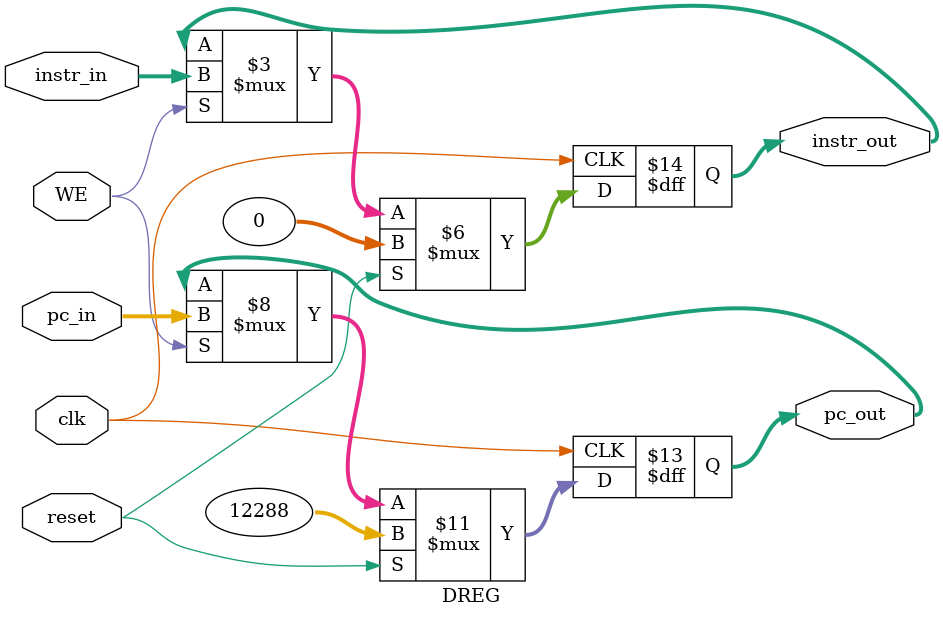
<source format=v>
`timescale 1ns / 1ps

module DREG(
	input clk,
	input reset,
	input WE,
	
	input [31:0]pc_in,
	input [31:0]instr_in,
	output reg [31:0] pc_out,
	output reg [31:0] instr_out
    );
	
	initial begin
		pc_out <= 32'h0000_3000;
		instr_out <= 0;
	end

	always@(posedge clk) begin
		if(reset) begin
			pc_out <= 32'h0000_3000;
			instr_out <= 0;
		end
		else if(WE) begin
			pc_out <= pc_in;
			instr_out <= instr_in;
		end
	end
endmodule

</source>
